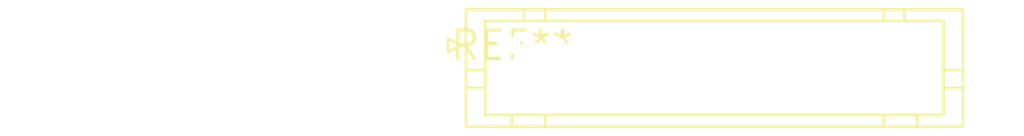
<source format=kicad_pcb>
(kicad_pcb (version 20240108) (generator pcbnew)
  (layers (0 "F.Cu" signal) (31 "B.Cu" signal) (34 "B.Paste" user) (35 "F.Paste" user) (36 "B.SilkS" user "B.Silkscreen") (37 "F.SilkS" user "F.Silkscreen") (38 "B.Mask" user) (39 "F.Mask" user) (44 "Edge.Cuts" user))
  (net 0 "")
  (footprint "JST_PHD_B20B-PHDSS_2x10_P2.00mm_Vertical" (layer "F.Cu") (at 0 0)
    (property "Reference" "REF**")
    (property "Value" "JST_PHD_B20B-PHDSS_2x10_P2.00mm_Vertical")
    (fp_line (start -2.86 -0.3) (end -2.26 0) (layer "F.SilkS") (stroke (width 0.12)))
    (fp_line (start -2.86 0.3) (end -2.86 -0.3) (layer "F.SilkS") (stroke (width 0.12)))
    (fp_line (start -2.26 0) (end -2.86 0.3) (layer "F.SilkS") (stroke (width 0.12)))
    (fp_line (start -2.06 -1.61) (end -2.06 3.61) (layer "F.SilkS") (stroke (width 0.12)))
    (fp_line (start -2.06 1.1) (end -1.2 1.1) (layer "F.SilkS") (stroke (width 0.12)))
    (fp_line (start -2.06 1.9) (end -1.2 1.9) (layer "F.SilkS") (stroke (width 0.12)))
    (fp_line (start -2.06 3.61) (end 20.06 3.61) (layer "F.SilkS") (stroke (width 0.12)))
    (fp_line (start -1.2 -1.1) (end -1.2 3.1) (layer "F.SilkS") (stroke (width 0.12)))
    (fp_line (start -1.2 3.1) (end 19.2 3.1) (layer "F.SilkS") (stroke (width 0.12)))
    (fp_line (start -0.03 3.61) (end -0.03 3.1) (layer "F.SilkS") (stroke (width 0.12)))
    (fp_line (start 0.53 -1.61) (end 0.53 -1.1) (layer "F.SilkS") (stroke (width 0.12)))
    (fp_line (start 1.47 -1.61) (end 1.47 -1.1) (layer "F.SilkS") (stroke (width 0.12)))
    (fp_line (start 1.47 3.61) (end 1.47 3.1) (layer "F.SilkS") (stroke (width 0.12)))
    (fp_line (start 16.53 -1.61) (end 16.53 -1.1) (layer "F.SilkS") (stroke (width 0.12)))
    (fp_line (start 16.53 3.61) (end 16.53 3.1) (layer "F.SilkS") (stroke (width 0.12)))
    (fp_line (start 17.47 -1.61) (end 17.47 -1.1) (layer "F.SilkS") (stroke (width 0.12)))
    (fp_line (start 18.03 3.61) (end 18.03 3.1) (layer "F.SilkS") (stroke (width 0.12)))
    (fp_line (start 19.2 -1.1) (end -1.2 -1.1) (layer "F.SilkS") (stroke (width 0.12)))
    (fp_line (start 19.2 3.1) (end 19.2 -1.1) (layer "F.SilkS") (stroke (width 0.12)))
    (fp_line (start 20.06 -1.61) (end -2.06 -1.61) (layer "F.SilkS") (stroke (width 0.12)))
    (fp_line (start 20.06 1.1) (end 19.2 1.1) (layer "F.SilkS") (stroke (width 0.12)))
    (fp_line (start 20.06 1.9) (end 19.2 1.9) (layer "F.SilkS") (stroke (width 0.12)))
    (fp_line (start 20.06 3.61) (end 20.06 -1.61) (layer "F.SilkS") (stroke (width 0.12)))
    (pad "1" thru_hole roundrect (at 0 0) (size 1.2 1.2) (drill 0.75) (layers *.Cu *.Mask) (remove_unused_layers) (roundrect_rratio 0.208333))
    (pad "2" thru_hole circle (at 0 2) (size 1.2 1.2) (drill 0.75) (layers *.Cu *.Mask) (remove_unused_layers))
    (pad "3" thru_hole circle (at 2 0) (size 1.2 1.2) (drill 0.75) (layers *.Cu *.Mask) (remove_unused_layers))
    (pad "4" thru_hole circle (at 2 2) (size 1.2 1.2) (drill 0.75) (layers *.Cu *.Mask) (remove_unused_layers))
    (pad "5" thru_hole circle (at 4 0) (size 1.2 1.2) (drill 0.75) (layers *.Cu *.Mask) (remove_unused_layers))
    (pad "6" thru_hole circle (at 4 2) (size 1.2 1.2) (drill 0.75) (layers *.Cu *.Mask) (remove_unused_layers))
    (pad "7" thru_hole circle (at 6 0) (size 1.2 1.2) (drill 0.75) (layers *.Cu *.Mask) (remove_unused_layers))
    (pad "8" thru_hole circle (at 6 2) (size 1.2 1.2) (drill 0.75) (layers *.Cu *.Mask) (remove_unused_layers))
    (pad "9" thru_hole circle (at 8 0) (size 1.2 1.2) (drill 0.75) (layers *.Cu *.Mask) (remove_unused_layers))
    (pad "10" thru_hole circle (at 8 2) (size 1.2 1.2) (drill 0.75) (layers *.Cu *.Mask) (remove_unused_layers))
    (pad "11" thru_hole circle (at 10 0) (size 1.2 1.2) (drill 0.75) (layers *.Cu *.Mask) (remove_unused_layers))
    (pad "12" thru_hole circle (at 10 2) (size 1.2 1.2) (drill 0.75) (layers *.Cu *.Mask) (remove_unused_layers))
    (pad "13" thru_hole circle (at 12 0) (size 1.2 1.2) (drill 0.75) (layers *.Cu *.Mask) (remove_unused_layers))
    (pad "14" thru_hole circle (at 12 2) (size 1.2 1.2) (drill 0.75) (layers *.Cu *.Mask) (remove_unused_layers))
    (pad "15" thru_hole circle (at 14 0) (size 1.2 1.2) (drill 0.75) (layers *.Cu *.Mask) (remove_unused_layers))
    (pad "16" thru_hole circle (at 14 2) (size 1.2 1.2) (drill 0.75) (layers *.Cu *.Mask) (remove_unused_layers))
    (pad "17" thru_hole circle (at 16 0) (size 1.2 1.2) (drill 0.75) (layers *.Cu *.Mask) (remove_unused_layers))
    (pad "18" thru_hole circle (at 16 2) (size 1.2 1.2) (drill 0.75) (layers *.Cu *.Mask) (remove_unused_layers))
    (pad "19" thru_hole circle (at 18 0) (size 1.2 1.2) (drill 0.75) (layers *.Cu *.Mask) (remove_unused_layers))
    (pad "20" thru_hole circle (at 18 2) (size 1.2 1.2) (drill 0.75) (layers *.Cu *.Mask) (remove_unused_layers))
  )
)
</source>
